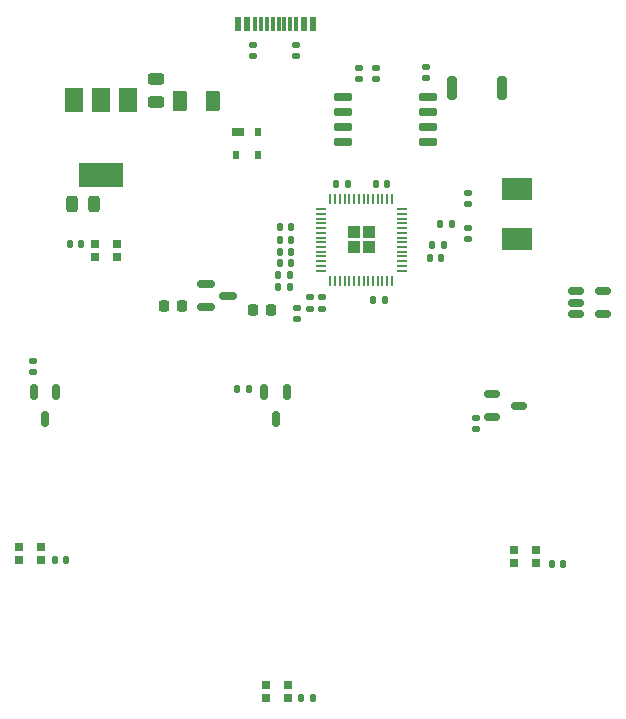
<source format=gbr>
G04 #@! TF.GenerationSoftware,KiCad,Pcbnew,(7.0.0-0)*
G04 #@! TF.CreationDate,2023-03-04T17:00:40-06:00*
G04 #@! TF.ProjectId,RP2040_minimal,52503230-3430-45f6-9d69-6e696d616c2e,REV1*
G04 #@! TF.SameCoordinates,Original*
G04 #@! TF.FileFunction,Paste,Bot*
G04 #@! TF.FilePolarity,Positive*
%FSLAX46Y46*%
G04 Gerber Fmt 4.6, Leading zero omitted, Abs format (unit mm)*
G04 Created by KiCad (PCBNEW (7.0.0-0)) date 2023-03-04 17:00:40*
%MOMM*%
%LPD*%
G01*
G04 APERTURE LIST*
G04 Aperture macros list*
%AMRoundRect*
0 Rectangle with rounded corners*
0 $1 Rounding radius*
0 $2 $3 $4 $5 $6 $7 $8 $9 X,Y pos of 4 corners*
0 Add a 4 corners polygon primitive as box body*
4,1,4,$2,$3,$4,$5,$6,$7,$8,$9,$2,$3,0*
0 Add four circle primitives for the rounded corners*
1,1,$1+$1,$2,$3*
1,1,$1+$1,$4,$5*
1,1,$1+$1,$6,$7*
1,1,$1+$1,$8,$9*
0 Add four rect primitives between the rounded corners*
20,1,$1+$1,$2,$3,$4,$5,0*
20,1,$1+$1,$4,$5,$6,$7,0*
20,1,$1+$1,$6,$7,$8,$9,0*
20,1,$1+$1,$8,$9,$2,$3,0*%
G04 Aperture macros list end*
%ADD10RoundRect,0.243750X0.243750X0.456250X-0.243750X0.456250X-0.243750X-0.456250X0.243750X-0.456250X0*%
%ADD11RoundRect,0.147500X0.147500X0.172500X-0.147500X0.172500X-0.147500X-0.172500X0.147500X-0.172500X0*%
%ADD12RoundRect,0.147500X-0.147500X-0.172500X0.147500X-0.172500X0.147500X0.172500X-0.147500X0.172500X0*%
%ADD13R,1.500000X2.000000*%
%ADD14R,3.800000X2.000000*%
%ADD15RoundRect,0.150000X0.650000X0.150000X-0.650000X0.150000X-0.650000X-0.150000X0.650000X-0.150000X0*%
%ADD16RoundRect,0.147500X-0.172500X0.147500X-0.172500X-0.147500X0.172500X-0.147500X0.172500X0.147500X0*%
%ADD17RoundRect,0.243750X0.456250X-0.243750X0.456250X0.243750X-0.456250X0.243750X-0.456250X-0.243750X0*%
%ADD18RoundRect,0.147500X0.172500X-0.147500X0.172500X0.147500X-0.172500X0.147500X-0.172500X-0.147500X0*%
%ADD19RoundRect,0.250000X-0.292217X0.292217X-0.292217X-0.292217X0.292217X-0.292217X0.292217X0.292217X0*%
%ADD20RoundRect,0.050000X-0.050000X0.387500X-0.050000X-0.387500X0.050000X-0.387500X0.050000X0.387500X0*%
%ADD21RoundRect,0.050000X-0.387500X0.050000X-0.387500X-0.050000X0.387500X-0.050000X0.387500X0.050000X0*%
%ADD22R,2.600000X1.900000*%
%ADD23RoundRect,0.140000X-0.170000X0.140000X-0.170000X-0.140000X0.170000X-0.140000X0.170000X0.140000X0*%
%ADD24RoundRect,0.200000X0.200000X0.800000X-0.200000X0.800000X-0.200000X-0.800000X0.200000X-0.800000X0*%
%ADD25RoundRect,0.140000X-0.140000X-0.170000X0.140000X-0.170000X0.140000X0.170000X-0.140000X0.170000X0*%
%ADD26RoundRect,0.225000X-0.225000X-0.250000X0.225000X-0.250000X0.225000X0.250000X-0.225000X0.250000X0*%
%ADD27RoundRect,0.150000X-0.512500X-0.150000X0.512500X-0.150000X0.512500X0.150000X-0.512500X0.150000X0*%
%ADD28R,0.600000X1.150000*%
%ADD29R,0.300000X1.150000*%
%ADD30R,1.000000X0.700000*%
%ADD31R,0.600000X0.700000*%
%ADD32RoundRect,0.150000X-0.150000X0.512500X-0.150000X-0.512500X0.150000X-0.512500X0.150000X0.512500X0*%
%ADD33RoundRect,0.150000X-0.587500X-0.150000X0.587500X-0.150000X0.587500X0.150000X-0.587500X0.150000X0*%
%ADD34R,0.700000X0.700000*%
%ADD35RoundRect,0.140000X0.170000X-0.140000X0.170000X0.140000X-0.170000X0.140000X-0.170000X-0.140000X0*%
%ADD36RoundRect,0.140000X0.140000X0.170000X-0.140000X0.170000X-0.140000X-0.170000X0.140000X-0.170000X0*%
%ADD37RoundRect,0.250000X0.375000X0.625000X-0.375000X0.625000X-0.375000X-0.625000X0.375000X-0.625000X0*%
G04 APERTURE END LIST*
D10*
X84637500Y-82890000D03*
X82762500Y-82890000D03*
D11*
X101207500Y-89970000D03*
X100237500Y-89970000D03*
X101207500Y-88970000D03*
X100237500Y-88970000D03*
D12*
X108277500Y-91017500D03*
X109247500Y-91017500D03*
D13*
X82909999Y-74129999D03*
X85209999Y-74129999D03*
D14*
X85209999Y-80429999D03*
D13*
X87509999Y-74129999D03*
D15*
X112930000Y-73905000D03*
X112930000Y-75175000D03*
X112930000Y-76445000D03*
X112930000Y-77715000D03*
X105730000Y-77715000D03*
X105730000Y-76445000D03*
X105730000Y-75175000D03*
X105730000Y-73905000D03*
D16*
X116325019Y-84938500D03*
X116325019Y-85908500D03*
D11*
X101322500Y-85937500D03*
X100352500Y-85937500D03*
D12*
X105155000Y-81250000D03*
X106125000Y-81250000D03*
X113272500Y-86383500D03*
X114242500Y-86383500D03*
X100351624Y-86955000D03*
X101321624Y-86955000D03*
X113032500Y-87490000D03*
X114002500Y-87490000D03*
D17*
X89880000Y-74247500D03*
X89880000Y-72372500D03*
D12*
X108505000Y-81220000D03*
X109475000Y-81220000D03*
D18*
X108510000Y-72355000D03*
X108510000Y-71385000D03*
D19*
X107885000Y-85330000D03*
X106610000Y-85330000D03*
X107885000Y-86605000D03*
X106610000Y-86605000D03*
D20*
X104647500Y-82530000D03*
X105047500Y-82530000D03*
X105447500Y-82530000D03*
X105847500Y-82530000D03*
X106247500Y-82530000D03*
X106647500Y-82530000D03*
X107047500Y-82530000D03*
X107447500Y-82530000D03*
X107847500Y-82530000D03*
X108247500Y-82530000D03*
X108647500Y-82530000D03*
X109047500Y-82530000D03*
X109447500Y-82530000D03*
X109847500Y-82530000D03*
D21*
X110685000Y-83367500D03*
X110685000Y-83767500D03*
X110685000Y-84167500D03*
X110685000Y-84567500D03*
X110685000Y-84967500D03*
X110685000Y-85367500D03*
X110685000Y-85767500D03*
X110685000Y-86167500D03*
X110685000Y-86567500D03*
X110685000Y-86967500D03*
X110685000Y-87367500D03*
X110685000Y-87767500D03*
X110685000Y-88167500D03*
X110685000Y-88567500D03*
D20*
X109847500Y-89405000D03*
X109447500Y-89405000D03*
X109047500Y-89405000D03*
X108647500Y-89405000D03*
X108247500Y-89405000D03*
X107847500Y-89405000D03*
X107447500Y-89405000D03*
X107047500Y-89405000D03*
X106647500Y-89405000D03*
X106247500Y-89405000D03*
X105847500Y-89405000D03*
X105447500Y-89405000D03*
X105047500Y-89405000D03*
X104647500Y-89405000D03*
D21*
X103810000Y-88567500D03*
X103810000Y-88167500D03*
X103810000Y-87767500D03*
X103810000Y-87367500D03*
X103810000Y-86967500D03*
X103810000Y-86567500D03*
X103810000Y-86167500D03*
X103810000Y-85767500D03*
X103810000Y-85367500D03*
X103810000Y-84967500D03*
X103810000Y-84567500D03*
X103810000Y-84167500D03*
X103810000Y-83767500D03*
X103810000Y-83367500D03*
D18*
X116325019Y-82938500D03*
X116325019Y-81968500D03*
D12*
X100351624Y-87955000D03*
X101321624Y-87955000D03*
D11*
X101332500Y-84857500D03*
X100362500Y-84857500D03*
D18*
X107090000Y-72375000D03*
X107090000Y-71405000D03*
D12*
X113955019Y-84638500D03*
X114925019Y-84638500D03*
D22*
X120441018Y-81629499D03*
X120441018Y-85929499D03*
D23*
X79480000Y-96190000D03*
X79480000Y-97150000D03*
D24*
X119150000Y-73100000D03*
X114950000Y-73100000D03*
D25*
X81290000Y-113081250D03*
X82250000Y-113081250D03*
D26*
X98092500Y-91881000D03*
X99642500Y-91881000D03*
D27*
X118362500Y-100950000D03*
X118362500Y-99050000D03*
X120637500Y-100000000D03*
D28*
X96799999Y-67689999D03*
X97599999Y-67689999D03*
D29*
X98749999Y-67689999D03*
X99749999Y-67689999D03*
X100249999Y-67689999D03*
X101249999Y-67689999D03*
D28*
X102399999Y-67689999D03*
X103199999Y-67689999D03*
X103199999Y-67689999D03*
X102399999Y-67689999D03*
D29*
X101749999Y-67689999D03*
X100749999Y-67689999D03*
X99249999Y-67689999D03*
X98249999Y-67689999D03*
D28*
X97599999Y-67689999D03*
X96799999Y-67689999D03*
D26*
X90562500Y-91541000D03*
X92112500Y-91541000D03*
D25*
X102172501Y-124767499D03*
X103132501Y-124767499D03*
D30*
X96809999Y-76794999D03*
D31*
X98509999Y-76794999D03*
X98509999Y-78794999D03*
X96609999Y-78794999D03*
D32*
X99050000Y-98862500D03*
X100950000Y-98862500D03*
X100000000Y-101137500D03*
D33*
X94090000Y-91625000D03*
X94090000Y-89725000D03*
X95965000Y-90675000D03*
D23*
X98080000Y-69440000D03*
X98080000Y-70400000D03*
D16*
X101820000Y-91725000D03*
X101820000Y-92695000D03*
D32*
X79550000Y-98862500D03*
X81450000Y-98862500D03*
X80500000Y-101137500D03*
D16*
X103970000Y-90815000D03*
X103970000Y-91785000D03*
D34*
X99182500Y-124707498D03*
X99182500Y-123607498D03*
X101012500Y-123607498D03*
X101012500Y-124707498D03*
D16*
X102910000Y-90825000D03*
X102910000Y-91795000D03*
D34*
X78279999Y-113091249D03*
X78279999Y-111991249D03*
X80109999Y-111991249D03*
X80109999Y-113091249D03*
D25*
X96760000Y-98580000D03*
X97720000Y-98580000D03*
D27*
X125462500Y-92230000D03*
X125462500Y-91280000D03*
X125462500Y-90330000D03*
X127737500Y-90330000D03*
X127737500Y-92230000D03*
D23*
X101740000Y-69460000D03*
X101740000Y-70420000D03*
D35*
X116930000Y-102010000D03*
X116930000Y-101050000D03*
D25*
X123365000Y-113370000D03*
X124325000Y-113370000D03*
D34*
X86554999Y-86309999D03*
X86554999Y-87409999D03*
X84724999Y-87409999D03*
X84724999Y-86309999D03*
D36*
X83525000Y-86270000D03*
X82565000Y-86270000D03*
D23*
X112760000Y-71320000D03*
X112760000Y-72280000D03*
D37*
X94730000Y-74240000D03*
X91930000Y-74240000D03*
D34*
X120184999Y-113359999D03*
X120184999Y-112259999D03*
X122014999Y-112259999D03*
X122014999Y-113359999D03*
M02*

</source>
